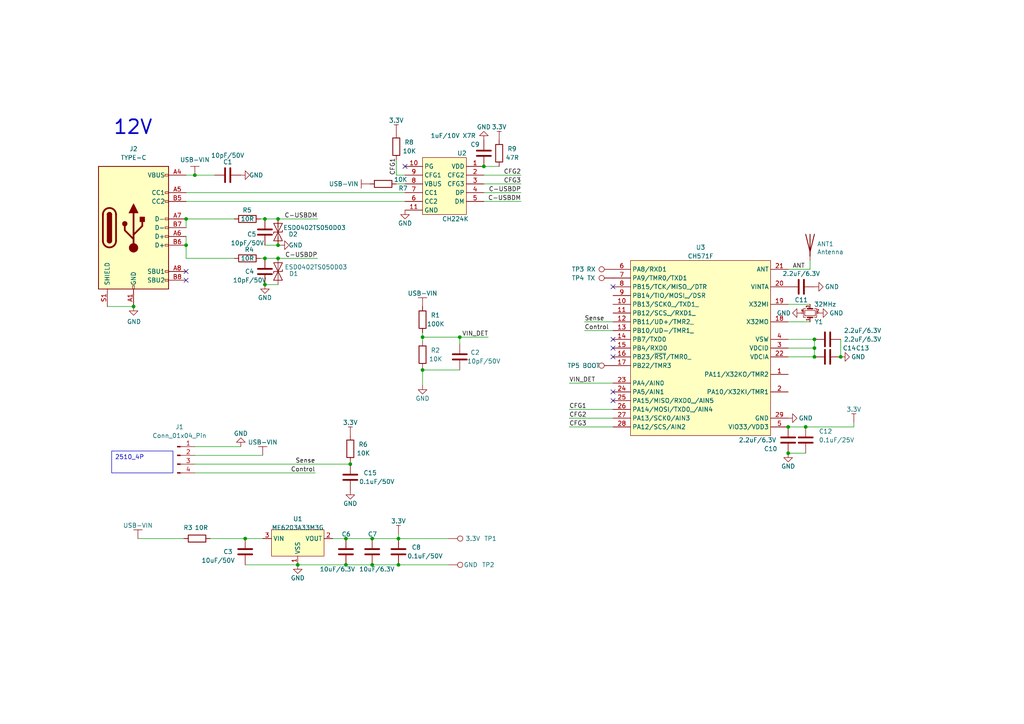
<source format=kicad_sch>
(kicad_sch (version 20230121) (generator eeschema)
  (paper "A4")
  (lib_symbols
    (symbol "Connector:Conn_01x04_Pin" (pin_names (offset 1.016) hide)
      (property "Reference" "J" (at 0 5.08 0))
      (property "Value" "Conn_01x04_Pin" (at 0 -7.62 0))
      (symbol "Conn_01x04_Pin_1_1"
        (polyline (pts (xy 1.27 -5.08) (xy 0.8636 -5.08)) (stroke (width 0.1524)))
        (polyline (pts (xy 1.27 -2.54) (xy 0.8636 -2.54)) (stroke (width 0.1524)))
        (polyline (pts (xy 1.27 0) (xy 0.8636 0)) (stroke (width 0.1524)))
        (polyline (pts (xy 1.27 2.54) (xy 0.8636 2.54)) (stroke (width 0.1524)))
        (rectangle (start 0.8636 -4.953) (end 0 -5.207) (stroke (width 0.1524)) (fill (type outline)))
        (rectangle (start 0.8636 -2.413) (end 0 -2.667) (stroke (width 0.1524)) (fill (type outline)))
        (rectangle (start 0.8636 0.127) (end 0 -0.127) (stroke (width 0.1524)) (fill (type outline)))
        (rectangle (start 0.8636 2.667) (end 0 2.413) (stroke (width 0.1524)) (fill (type outline)))
        (pin passive line (at 5.08 2.54 180) (length 3.81) (name "Pin_1") (number "1"))
        (pin passive line (at 5.08 0 180) (length 3.81) (name "Pin_2") (number "2"))
        (pin passive line (at 5.08 -2.54 180) (length 3.81) (name "Pin_3") (number "3"))
        (pin passive line (at 5.08 -5.08 180) (length 3.81) (name "Pin_4") (number "4"))
      )
    )
    (symbol "Connector:TestPoint" (pin_numbers hide) (pin_names (offset 0.762) hide)
      (property "Reference" "TP" (at 0 6.858 0))
      (property "Value" "TestPoint" (at 0 5.08 0))
      (symbol "TestPoint_0_1"
        (circle (center 0 3.302) (radius 0.762))
      )
      (symbol "TestPoint_1_1"
        (pin passive line (at 0 0 90) (length 2.54) (name "1") (number "1"))
      )
    )
    (symbol "Connector:USB_C_Receptacle_USB2.0" (pin_names (offset 1.016))
      (property "Reference" "J" (at -10.16 19.05 0))
      (property "Value" "USB_C_Receptacle_USB2.0" (at 19.05 19.05 0))
      (symbol "USB_C_Receptacle_USB2.0_0_0"
        (rectangle (start -0.254 -17.78) (end 0.254 -16.764))
        (rectangle (start 10.16 -14.986) (end 9.144 -15.494))
        (rectangle (start 10.16 -12.446) (end 9.144 -12.954))
        (rectangle (start 10.16 -4.826) (end 9.144 -5.334))
        (rectangle (start 10.16 -2.286) (end 9.144 -2.794))
        (rectangle (start 10.16 0.254) (end 9.144 -0.254))
        (rectangle (start 10.16 2.794) (end 9.144 2.286))
        (rectangle (start 10.16 7.874) (end 9.144 7.366))
        (rectangle (start 10.16 10.414) (end 9.144 9.906))
        (rectangle (start 10.16 15.494) (end 9.144 14.986))
      )
      (symbol "USB_C_Receptacle_USB2.0_0_1"
        (rectangle (start -10.16 17.78) (end 10.16 -17.78) (stroke (width 0.254)) (fill (type background)))
        (arc (start -8.89 -3.81) (mid -6.985 -5.7067) (end -5.08 -3.81) (stroke (width 0.508)))
        (arc (start -7.62 -3.81) (mid -6.985 -4.4423) (end -6.35 -3.81) (stroke (width 0.254)))
        (arc (start -7.62 -3.81) (mid -6.985 -4.4423) (end -6.35 -3.81) (stroke (width 0.254)) (fill (type outline)))
        (rectangle (start -7.62 -3.81) (end -6.35 3.81) (stroke (width 0.254)) (fill (type outline)))
        (arc (start -6.35 3.81) (mid -6.985 4.4423) (end -7.62 3.81) (stroke (width 0.254)))
        (arc (start -6.35 3.81) (mid -6.985 4.4423) (end -7.62 3.81) (stroke (width 0.254)) (fill (type outline)))
        (arc (start -5.08 3.81) (mid -6.985 5.7067) (end -8.89 3.81) (stroke (width 0.508)))
        (circle (center -2.54 1.143) (radius 0.635) (stroke (width 0.254)) (fill (type outline)))
        (circle (center 0 -5.842) (radius 1.27) (fill (type outline)))
        (polyline (pts (xy -8.89 -3.81) (xy -8.89 3.81)) (stroke (width 0.508)))
        (polyline (pts (xy -5.08 3.81) (xy -5.08 -3.81)) (stroke (width 0.508)))
        (polyline (pts (xy 0 -5.842) (xy 0 4.318)) (stroke (width 0.508)))
        (polyline (pts (xy 0 -3.302) (xy -2.54 -0.762) (xy -2.54 0.508)) (stroke (width 0.508)))
        (polyline (pts (xy 0 -2.032) (xy 2.54 0.508) (xy 2.54 1.778)) (stroke (width 0.508)))
        (polyline (pts (xy -1.27 4.318) (xy 0 6.858) (xy 1.27 4.318) (xy -1.27 4.318)) (stroke (width 0.254)) (fill (type outline)))
        (rectangle (start 1.905 1.778) (end 3.175 3.048) (stroke (width 0.254)) (fill (type outline)))
      )
      (symbol "USB_C_Receptacle_USB2.0_1_1"
        (pin passive line (at 0 -22.86 90) (length 5.08) (name "GND") (number "A1"))
        (pin passive line (at 0 -22.86 90) (length 5.08) hide (name "GND") (number "A12"))
        (pin passive line (at 15.24 15.24 180) (length 5.08) (name "VBUS") (number "A4"))
        (pin bidirectional line (at 15.24 10.16 180) (length 5.08) (name "CC1") (number "A5"))
        (pin bidirectional line (at 15.24 -2.54 180) (length 5.08) (name "D+") (number "A6"))
        (pin bidirectional line (at 15.24 2.54 180) (length 5.08) (name "D-") (number "A7"))
        (pin bidirectional line (at 15.24 -12.7 180) (length 5.08) (name "SBU1") (number "A8"))
        (pin passive line (at 15.24 15.24 180) (length 5.08) hide (name "VBUS") (number "A9"))
        (pin passive line (at 0 -22.86 90) (length 5.08) hide (name "GND") (number "B1"))
        (pin passive line (at 0 -22.86 90) (length 5.08) hide (name "GND") (number "B12"))
        (pin passive line (at 15.24 15.24 180) (length 5.08) hide (name "VBUS") (number "B4"))
        (pin bidirectional line (at 15.24 7.62 180) (length 5.08) (name "CC2") (number "B5"))
        (pin bidirectional line (at 15.24 -5.08 180) (length 5.08) (name "D+") (number "B6"))
        (pin bidirectional line (at 15.24 0 180) (length 5.08) (name "D-") (number "B7"))
        (pin bidirectional line (at 15.24 -15.24 180) (length 5.08) (name "SBU2") (number "B8"))
        (pin passive line (at 15.24 15.24 180) (length 5.08) hide (name "VBUS") (number "B9"))
        (pin passive line (at -7.62 -22.86 90) (length 5.08) (name "SHIELD") (number "S1"))
      )
    )
    (symbol "Device:Antenna" (pin_numbers hide) (pin_names (offset 1.016) hide)
      (property "Reference" "AE" (at -1.905 1.905 0))
      (property "Value" "Antenna" (at -1.905 0 0))
      (symbol "Antenna_0_1"
        (polyline (pts (xy 0 2.54) (xy 0 -3.81)) (stroke (width 0.254)))
        (polyline (pts (xy 1.27 2.54) (xy 0 -2.54) (xy -1.27 2.54)) (stroke (width 0.254)))
      )
      (symbol "Antenna_1_1"
        (pin input line (at 0 -5.08 90) (length 2.54) (name "A") (number "1"))
      )
    )
    (symbol "Device:C" (pin_numbers hide) (pin_names (offset 0.254))
      (property "Reference" "C" (at 0.635 2.54 0))
      (property "Value" "C" (at 0.635 -2.54 0))
      (symbol "C_0_1"
        (polyline (pts (xy -2.032 -0.762) (xy 2.032 -0.762)) (stroke (width 0.508)))
        (polyline (pts (xy -2.032 0.762) (xy 2.032 0.762)) (stroke (width 0.508)))
      )
      (symbol "C_1_1"
        (pin passive line (at 0 3.81 270) (length 2.794) (name "~") (number "1"))
        (pin passive line (at 0 -3.81 90) (length 2.794) (name "~") (number "2"))
      )
    )
    (symbol "Device:Crystal_GND24_Small" (pin_names (offset 1.016) hide)
      (property "Reference" "Y" (at 1.27 4.445 0))
      (property "Value" "Crystal_GND24_Small" (at 1.27 2.54 0))
      (symbol "Crystal_GND24_Small_0_1"
        (rectangle (start -0.762 -1.524) (end 0.762 1.524))
        (polyline (pts (xy -1.27 -0.762) (xy -1.27 0.762)) (stroke (width 0.381)))
        (polyline (pts (xy 1.27 -0.762) (xy 1.27 0.762)) (stroke (width 0.381)))
        (polyline (pts (xy -1.27 -1.27) (xy -1.27 -1.905) (xy 1.27 -1.905) (xy 1.27 -1.27)))
        (polyline (pts (xy -1.27 1.27) (xy -1.27 1.905) (xy 1.27 1.905) (xy 1.27 1.27)))
      )
      (symbol "Crystal_GND24_Small_1_1"
        (pin passive line (at -2.54 0 0) (length 1.27) (name "1") (number "1"))
        (pin passive line (at 0 -2.54 90) (length 0.635) (name "2") (number "2"))
        (pin passive line (at 2.54 0 180) (length 1.27) (name "3") (number "3"))
        (pin passive line (at 0 2.54 270) (length 0.635) (name "4") (number "4"))
      )
    )
    (symbol "Device:R" (pin_numbers hide) (pin_names (offset 0))
      (property "Reference" "R" (at 2.032 0 90))
      (property "Value" "R" (at 0 0 90))
      (symbol "R_0_1"
        (rectangle (start -1.016 -2.54) (end 1.016 2.54) (stroke (width 0.254)))
      )
      (symbol "R_1_1"
        (pin passive line (at 0 3.81 270) (length 1.27) (name "~") (number "1"))
        (pin passive line (at 0 -3.81 90) (length 1.27) (name "~") (number "2"))
      )
    )
    (symbol "Diode:ESD9B5.0ST5G" (pin_numbers hide) (pin_names (offset 1.016) hide)
      (property "Reference" "D" (at 0 2.54 0))
      (property "Value" "ESD9B5.0ST5G" (at 0 -2.54 0))
      (symbol "ESD9B5.0ST5G_0_1"
        (polyline (pts (xy 1.27 0) (xy -1.27 0)))
        (polyline (pts (xy -2.54 -1.27) (xy 0 0) (xy -2.54 1.27) (xy -2.54 -1.27)) (stroke (width 0.2032)))
        (polyline (pts (xy 0.508 1.27) (xy 0 1.27) (xy 0 -1.27) (xy -0.508 -1.27)) (stroke (width 0.2032)))
        (polyline (pts (xy 2.54 1.27) (xy 2.54 -1.27) (xy 0 0) (xy 2.54 1.27)) (stroke (width 0.2032)))
      )
      (symbol "ESD9B5.0ST5G_1_1"
        (pin passive line (at -3.81 0 0) (length 2.54) (name "A1") (number "1"))
        (pin passive line (at 3.81 0 180) (length 2.54) (name "A2") (number "2"))
      )
    )
    (symbol "ME6203A33M3G_1"
      (property "Reference" "U" (at 0 6.35 0))
      (property "Value" "ME6203A33M3G" (at 0 3.81 0))
      (symbol "ME6203A33M3G_1_0_1"
        (rectangle (start -7.62 2.54) (end 7.62 -5.08) (fill (type background)))
      )
      (symbol "ME6203A33M3G_1_1_1"
        (pin power_in line (at 0 -7.62 90) (length 2.54) (name "VSS") (number "1"))
        (pin power_out line (at 10.16 0 180) (length 2.54) (name "VOUT") (number "2"))
        (pin power_in line (at -10.16 0 0) (length 2.54) (name "VIN") (number "3"))
      )
    )
    (symbol "isdt_kicad_power:3.3V" (power) (pin_names (offset 0))
      (property "Value" "isdt_kicad_power_3.3V" (at 0 3.81 0))
      (symbol "3.3V_0_1"
        (polyline (pts (xy -0.635 2.54) (xy 0.635 2.54)))
        (polyline (pts (xy 0 2.54) (xy 0 0)))
      )
      (symbol "3.3V_1_1"
        (pin power_in line (at 0 0 90) (length 0) hide (name "3.3V") (number "1"))
      )
    )
    (symbol "isdt_kicad_power:USB-VIN" (power) (pin_names (offset 0))
      (property "Value" "USB-VIN" (at 0 3.81 0))
      (symbol "USB-VIN_0_1"
        (polyline (pts (xy -1.27 2.54) (xy 1.27 2.54)))
        (polyline (pts (xy 0 2.54) (xy 0 0)))
      )
      (symbol "USB-VIN_1_1"
        (pin power_in line (at 0 0 90) (length 0) hide (name "USB-VIN") (number "1"))
      )
    )
    (symbol "isdt_kicad_std:CH224K"
      (property "Reference" "U" (at 0 6.35 0))
      (property "Value" "CH224K" (at 0 3.81 0))
      (symbol "CH224K_0_1"
        (rectangle (start -6.35 2.54) (end 6.35 -13.97) (fill (type background)))
      )
      (symbol "CH224K_1_1"
        (pin power_in line (at -11.43 0 0) (length 5.08) (name "VDD") (number "1"))
        (pin open_collector line (at 11.43 0 180) (length 5.08) (name "PG") (number "10"))
        (pin power_in line (at 11.43 -12.7 180) (length 5.08) (name "GND") (number "11"))
        (pin input line (at -11.43 -2.54 0) (length 5.08) (name "CFG2") (number "2"))
        (pin input line (at -11.43 -5.08 0) (length 5.08) (name "CFG3") (number "3"))
        (pin bidirectional line (at -11.43 -7.62 0) (length 5.08) (name "DP") (number "4"))
        (pin bidirectional line (at -11.43 -10.16 0) (length 5.08) (name "DM") (number "5"))
        (pin bidirectional line (at 11.43 -10.16 180) (length 5.08) (name "CC2") (number "6"))
        (pin bidirectional line (at 11.43 -7.62 180) (length 5.08) (name "CC1") (number "7"))
        (pin power_in line (at 11.43 -5.08 180) (length 5.08) (name "VBUS") (number "8"))
        (pin input line (at 11.43 -2.54 180) (length 5.08) (name "CFG1") (number "9"))
      )
    )
    (symbol "isdt_kicad_std:CH571F"
      (property "Reference" "U" (at 0 6.35 0))
      (property "Value" "CH571F" (at 0 3.81 0))
      (symbol "CH571F_0_1"
        (rectangle (start -20.32 2.54) (end 20.32 -48.26) (fill (type background)))
      )
      (symbol "CH571F_1_1"
        (pin unspecified line (at 25.4 -30.48 180) (length 5.08) (name "PA11/X32KO/TMR2") (number "1"))
        (pin unspecified line (at -25.4 -10.16 0) (length 5.08) (name "PB13/SCK0_/TXD1_") (number "10"))
        (pin unspecified line (at -25.4 -12.7 0) (length 5.08) (name "PB12/SCS_/RXD1_") (number "11"))
        (pin unspecified line (at -25.4 -15.24 0) (length 5.08) (name "PB11/UD+/TMR2_") (number "12"))
        (pin unspecified line (at -25.4 -17.78 0) (length 5.08) (name "PB10/UD-/TMR1_") (number "13"))
        (pin unspecified line (at -25.4 -20.32 0) (length 5.08) (name "PB7/TXD0") (number "14"))
        (pin unspecified line (at -25.4 -22.86 0) (length 5.08) (name "PB4/RXD0") (number "15"))
        (pin unspecified line (at -25.4 -25.4 0) (length 5.08) (name "PB23/~{RST}/TMR0_") (number "16"))
        (pin unspecified line (at -25.4 -27.94 0) (length 5.08) (name "PB22/TMR3") (number "17"))
        (pin unspecified line (at 25.4 -15.24 180) (length 5.08) (name "X32MO") (number "18"))
        (pin unspecified line (at 25.4 -10.16 180) (length 5.08) (name "X32MI") (number "19"))
        (pin unspecified line (at 25.4 -35.56 180) (length 5.08) (name "PA10/X32KI/TMR1") (number "2"))
        (pin unspecified line (at 25.4 -5.08 180) (length 5.08) (name "VINTA") (number "20"))
        (pin unspecified line (at 25.4 0 180) (length 5.08) (name "ANT") (number "21"))
        (pin unspecified line (at 25.4 -25.4 180) (length 5.08) (name "VDCIA") (number "22"))
        (pin unspecified line (at -25.4 -33.02 0) (length 5.08) (name "PA4/AIN0") (number "23"))
        (pin unspecified line (at -25.4 -35.56 0) (length 5.08) (name "PA5/AIN1") (number "24"))
        (pin unspecified line (at -25.4 -38.1 0) (length 5.08) (name "PA15/MISO/RXD0_/AIN5") (number "25"))
        (pin unspecified line (at -25.4 -40.64 0) (length 5.08) (name "PA14/MOSI/TXD0_/AIN4") (number "26"))
        (pin unspecified line (at -25.4 -43.18 0) (length 5.08) (name "PA13/SCK0/AIN3") (number "27"))
        (pin unspecified line (at -25.4 -45.72 0) (length 5.08) (name "PA12/SCS/AIN2") (number "28"))
        (pin unspecified line (at 25.4 -43.18 180) (length 5.08) (name "GND") (number "29"))
        (pin unspecified line (at 25.4 -22.86 180) (length 5.08) (name "VDCID") (number "3"))
        (pin unspecified line (at 25.4 -20.32 180) (length 5.08) (name "VSW") (number "4"))
        (pin unspecified line (at 25.4 -45.72 180) (length 5.08) (name "VIO33/VDD3") (number "5"))
        (pin unspecified line (at -25.4 0 0) (length 5.08) (name "PA8/RXD1") (number "6"))
        (pin unspecified line (at -25.4 -2.54 0) (length 5.08) (name "PA9/TMR0/TXD1") (number "7"))
        (pin unspecified line (at -25.4 -5.08 0) (length 5.08) (name "PB15/TCK/MISO_/DTR") (number "8"))
        (pin unspecified line (at -25.4 -7.62 0) (length 5.08) (name "PB14/TIO/MOSI_/DSR") (number "9"))
      )
    )
    (symbol "power:GND" (power) (pin_names (offset 0))
      (property "Value" "GND" (at 0 -3.81 0))
      (symbol "GND_0_1"
        (polyline (pts (xy 0 0) (xy 0 -1.27) (xy 1.27 -1.27) (xy 0 -2.54) (xy -1.27 -1.27) (xy 0 -1.27)))
      )
      (symbol "GND_1_1"
        (pin power_in line (at 0 0 270) (length 0) hide (name "GND") (number "1"))
      )
    )
  )
  (junction (at 100.33 156.21))
  (junction (at 56.515 50.8))
  (junction (at 76.835 74.93))
  (junction (at 122.555 97.79))
  (junction (at 243.84 103.505))
  (junction (at 115.57 156.21))
  (junction (at 86.36 163.83))
  (junction (at 80.645 71.12))
  (junction (at 53.975 71.12))
  (junction (at 236.22 103.505))
  (junction (at 71.12 156.21))
  (junction (at 76.835 63.5))
  (junction (at 100.33 163.83))
  (junction (at 115.57 163.83))
  (junction (at 228.6 123.825))
  (junction (at 80.645 74.93))
  (junction (at 228.6 131.445))
  (junction (at 53.975 63.5))
  (junction (at 236.22 98.425))
  (junction (at 38.735 88.9))
  (junction (at 236.22 100.965))
  (junction (at 107.95 163.83))
  (junction (at 122.555 107.315))
  (junction (at 140.335 48.26))
  (junction (at 107.95 156.21))
  (junction (at 233.68 123.825))
  (junction (at 101.6 134.62))
  (junction (at 80.645 63.5))
  (junction (at 76.835 82.55))
  (junction (at 133.35 97.79))
  (no_connect (at 177.8 113.665))
  (no_connect (at 53.975 81.28))
  (no_connect (at 117.475 48.26))
  (no_connect (at 177.8 100.965))
  (no_connect (at 53.975 78.74))
  (no_connect (at 177.8 103.505))
  (no_connect (at 177.8 116.205))
  (no_connect (at 177.8 83.185))
  (no_connect (at 177.8 98.425))
  (wire (pts (xy 236.22 100.965) (xy 236.22 103.505)))
  (wire (pts (xy 114.935 50.8) (xy 117.475 50.8)))
  (wire (pts (xy 75.565 74.93) (xy 76.835 74.93)))
  (wire (pts (xy 140.335 50.8) (xy 151.13 50.8)))
  (wire (pts (xy 76.835 74.93) (xy 80.645 74.93)))
  (wire (pts (xy 62.23 50.8) (xy 56.515 50.8)))
  (wire (pts (xy 165.1 111.125) (xy 177.8 111.125)))
  (wire (pts (xy 76.835 71.12) (xy 80.645 71.12)))
  (wire (pts (xy 144.78 48.26) (xy 140.335 48.26)))
  (wire (pts (xy 243.84 98.425) (xy 243.84 103.505)))
  (wire (pts (xy 86.36 163.83) (xy 100.33 163.83)))
  (wire (pts (xy 177.8 93.345) (xy 169.545 93.345)))
  (wire (pts (xy 76.835 82.55) (xy 80.645 82.55)))
  (wire (pts (xy 165.1 123.825) (xy 177.8 123.825)))
  (wire (pts (xy 53.975 63.5) (xy 53.975 66.04)))
  (wire (pts (xy 151.13 58.42) (xy 140.335 58.42)))
  (wire (pts (xy 233.68 131.445) (xy 228.6 131.445)))
  (wire (pts (xy 67.945 74.93) (xy 53.975 74.93)))
  (wire (pts (xy 165.1 118.745) (xy 177.8 118.745)))
  (wire (pts (xy 122.555 107.315) (xy 122.555 111.76)))
  (wire (pts (xy 53.975 58.42) (xy 117.475 58.42)))
  (wire (pts (xy 100.33 156.21) (xy 107.95 156.21)))
  (wire (pts (xy 115.57 156.21) (xy 115.57 154.94)))
  (wire (pts (xy 133.35 97.79) (xy 141.605 97.79)))
  (wire (pts (xy 122.555 106.68) (xy 122.555 107.315)))
  (wire (pts (xy 60.96 156.21) (xy 71.12 156.21)))
  (wire (pts (xy 56.515 137.16) (xy 91.44 137.16)))
  (wire (pts (xy 228.6 100.965) (xy 236.22 100.965)))
  (wire (pts (xy 122.555 97.79) (xy 133.35 97.79)))
  (wire (pts (xy 101.6 134.62) (xy 101.6 133.985)))
  (wire (pts (xy 115.57 156.21) (xy 130.175 156.21)))
  (wire (pts (xy 234.95 78.105) (xy 228.6 78.105)))
  (wire (pts (xy 236.22 100.965) (xy 236.22 98.425)))
  (wire (pts (xy 233.68 123.825) (xy 247.65 123.825)))
  (wire (pts (xy 115.57 163.83) (xy 130.175 163.83)))
  (wire (pts (xy 100.33 163.83) (xy 107.95 163.83)))
  (wire (pts (xy 53.975 74.93) (xy 53.975 71.12)))
  (wire (pts (xy 80.645 74.93) (xy 92.075 74.93)))
  (wire (pts (xy 76.835 63.5) (xy 75.565 63.5)))
  (wire (pts (xy 107.95 156.21) (xy 115.57 156.21)))
  (wire (pts (xy 228.6 103.505) (xy 236.22 103.505)))
  (wire (pts (xy 140.335 53.34) (xy 151.13 53.34)))
  (wire (pts (xy 40.005 156.21) (xy 53.34 156.21)))
  (wire (pts (xy 234.95 93.345) (xy 228.6 93.345)))
  (wire (pts (xy 56.515 50.8) (xy 53.975 50.8)))
  (wire (pts (xy 80.645 63.5) (xy 76.835 63.5)))
  (wire (pts (xy 228.6 123.825) (xy 233.68 123.825)))
  (wire (pts (xy 122.555 96.52) (xy 122.555 97.79)))
  (wire (pts (xy 133.35 97.79) (xy 133.35 99.695)))
  (wire (pts (xy 114.935 46.355) (xy 114.935 50.8)))
  (wire (pts (xy 122.555 107.315) (xy 133.35 107.315)))
  (wire (pts (xy 247.65 122.555) (xy 247.65 123.825)))
  (wire (pts (xy 228.6 98.425) (xy 236.22 98.425)))
  (wire (pts (xy 165.1 121.285) (xy 177.8 121.285)))
  (wire (pts (xy 71.12 163.83) (xy 86.36 163.83)))
  (wire (pts (xy 80.645 71.12) (xy 81.28 71.12)))
  (wire (pts (xy 53.975 71.12) (xy 53.975 68.58)))
  (wire (pts (xy 151.13 55.88) (xy 140.335 55.88)))
  (wire (pts (xy 56.515 132.08) (xy 76.2 132.08)))
  (wire (pts (xy 228.6 88.265) (xy 234.95 88.265)))
  (wire (pts (xy 177.8 95.885) (xy 169.545 95.885)))
  (wire (pts (xy 56.515 129.54) (xy 69.85 129.54)))
  (wire (pts (xy 96.52 156.21) (xy 100.33 156.21)))
  (wire (pts (xy 56.515 134.62) (xy 101.6 134.62)))
  (wire (pts (xy 71.12 156.21) (xy 76.2 156.21)))
  (wire (pts (xy 31.115 88.9) (xy 38.735 88.9)))
  (wire (pts (xy 122.555 97.79) (xy 122.555 99.06)))
  (wire (pts (xy 114.935 53.34) (xy 117.475 53.34)))
  (wire (pts (xy 115.57 163.83) (xy 107.95 163.83)))
  (wire (pts (xy 53.975 55.88) (xy 117.475 55.88)))
  (wire (pts (xy 92.075 63.5) (xy 80.645 63.5)))
  (wire (pts (xy 67.945 63.5) (xy 53.975 63.5)))
  (wire (pts (xy 234.95 75.565) (xy 234.95 78.105)))
  (text_box "2510_4P" (at 32.385 130.81 0) (size 17.78 6.35) (effects (font (size 1.27 1.27)) (justify left top)))
  (text "12V" (at 44.45 39.37 0) (effects (font (size 4 4) (thickness 0.5) bold) (justify right bottom)))
  (label "CFG2" (at 151.13 50.8 180))
  (label "Control" (at 169.545 95.885 0))
  (label "VIN_DET" (at 141.605 97.79 180))
  (label "C-USBDP" (at 92.075 74.93 180))
  (label "CFG2" (at 165.1 121.285 0))
  (label "CFG3" (at 165.1 123.825 0))
  (label "ANT" (at 229.87 78.105 0))
  (label "CFG3" (at 151.13 53.34 180))
  (label "Sense" (at 91.44 134.62 180))
  (label "CFG1" (at 114.935 50.8 90))
  (label "Control" (at 91.44 137.16 180))
  (label "C-USBDP" (at 151.13 55.88 180))
  (label "Sense" (at 169.545 93.345 0))
  (label "C-USBDM" (at 92.075 63.5 180))
  (label "C-USBDM" (at 151.13 58.42 180))
  (label "VIN_DET" (at 165.1 111.125 0))
  (label "CFG1" (at 165.1 118.745 0))
  (symbol (lib_id "Device:R") (at 111.125 53.34 270) (mirror x) (unit 1)
    (property "Reference" "R7" (at 115.57 54.61 90) (effects (justify left)))
    (property "Value" "10K" (at 116.205 52.07 90))
    (property "Footprint" "isdt_kicad_std:R_0402" (effects hide))
  )
  (symbol (lib_id "Device:R") (at 57.15 156.21 90) (mirror x) (unit 1)
    (property "Reference" "R3" (at 55.88 153.035 90) (effects (justify left)))
    (property "Value" "10R" (at 58.42 153.035 90))
    (property "Footprint" "isdt_kicad_std:R_0402" (effects hide))
  )
  (symbol (lib_id "power:GND") (at 69.85 50.8 90) (mirror x) (unit 1)
    (property "Reference" "#PWR03" (effects hide))
    (property "Value" "GND" (at 74.295 50.8 90))
  )
  (symbol (lib_id "Device:C") (at 233.68 127.635 180) (unit 1)
    (property "Reference" "C12" (at 237.49 125.095 0) (effects (justify right)))
    (property "Value" "0.1uF/25V" (at 237.49 127.635 0) (effects (justify right)))
    (property "Footprint" "isdt_kicad_std:C_0402" (effects hide))
  )
  (symbol (lib_id "Device:R") (at 122.555 102.87 0) (mirror y) (unit 1)
    (property "Reference" "R2" (at 127.635 101.6 0) (effects (justify left)))
    (property "Value" "10K" (at 126.365 104.14 0))
    (property "Footprint" "isdt_kicad_std:R_0402" (effects hide))
  )
  (symbol (lib_id "isdt_kicad_power:3.3V") (at 101.6 126.365 0) (mirror y) (unit 1)
    (property "Reference" "#PWR012" (effects hide))
    (property "Value" "3.3V" (at 101.6 122.555 0))
  )
  (symbol (lib_id "Connector:Conn_01x04_Pin") (at 51.435 132.08 0) (unit 1)
    (property "Reference" "J1" (at 52.07 123.825 0))
    (property "Value" "Conn_01x04_Pin" (at 52.07 126.365 0))
    (property "Footprint" "Connector_PinHeader_2.54mm:PinHeader_1x04_P2.54mm_Vertical" (effects hide))
  )
  (symbol (lib_id "Device:C") (at 71.12 160.02 180) (unit 1)
    (property "Reference" "C3" (at 64.77 160.02 0) (effects (justify right)))
    (property "Value" "10uF/50V" (at 58.42 162.56 0) (effects (justify right)))
    (property "Footprint" "isdt_kicad_std:C_0402" (effects hide))
  )
  (symbol (lib_id "isdt_kicad_std:CH571F") (at 203.2 78.105 0) (unit 1)
    (property "Reference" "U3" (at 203.2 71.755 0))
    (property "Value" "CH571F" (at 203.2 74.295 0))
    (property "Footprint" "isdt_kicad_std:QFN-28-1EP_4x4mm_P0.4mm_EP2.8x2.8mm" (effects hide))
  )
  (symbol (lib_id "Device:C") (at 66.04 50.8 270) (mirror x) (unit 1)
    (property "Reference" "C1" (at 66.04 46.99 90))
    (property "Value" "10pF/50V" (at 66.04 45.085 90))
    (property "Footprint" "isdt_kicad_std:C_0402" (effects hide))
  )
  (symbol (lib_id "power:GND") (at 117.475 60.96 0) (mirror y) (unit 1)
    (property "Reference" "#PWR016" (effects hide))
    (property "Value" "GND" (at 117.475 64.77 0))
  )
  (symbol (lib_id "Connector:USB_C_Receptacle_USB2.0") (at 38.735 66.04 0) (unit 1)
    (property "Reference" "J2" (at 38.735 43.18 0))
    (property "Value" "TYPE-C" (at 38.735 45.72 0))
    (property "Footprint" "isdt_kicad_std:YH-036-013A" (effects hide))
    (property "Datasheet" "https://www.usb.org/sites/default/files/documents/usb_type-c.zip" (effects hide))
  )
  (symbol (lib_id "Connector:TestPoint") (at 177.8 78.105 90) (unit 1)
    (property "Reference" "TP3" (at 167.64 78.105 90))
    (property "Value" "RX" (at 171.45 78.105 90))
    (property "Footprint" "isdt_kicad_std:TestPoint_1.2mm" (effects hide))
  )
  (symbol (lib_id "isdt_kicad_power:3.3V") (at 247.65 122.555 0) (mirror y) (unit 1)
    (property "Reference" "#PWR025" (effects hide))
    (property "Value" "3.3V" (at 247.65 118.745 0))
  )
  (symbol (lib_id "power:GND") (at 237.49 90.805 90) (unit 1)
    (property "Reference" "#PWR023" (effects hide))
    (property "Value" "GND" (at 242.57 90.805 90))
  )
  (symbol (lib_id "Device:C") (at 240.03 98.425 270) (unit 1)
    (property "Reference" "C13" (at 250.19 100.965 90))
    (property "Value" "2.2uF/6.3V" (at 250.19 95.885 90))
    (property "Footprint" "isdt_kicad_std:C_0402" (effects hide))
  )
  (symbol (lib_id "isdt_kicad_power:3.3V") (at 115.57 154.94 0) (mirror y) (unit 1)
    (property "Reference" "#PWR015" (effects hide))
    (property "Value" "3.3V" (at 115.57 151.13 0))
  )
  (symbol (lib_id "power:GND") (at 236.22 83.185 90) (unit 1)
    (property "Reference" "#PWR022" (effects hide))
    (property "Value" "GND" (at 241.3 83.185 90))
  )
  (symbol (lib_id "Device:C") (at 115.57 160.02 180) (unit 1)
    (property "Reference" "C8" (at 119.38 158.75 0) (effects (justify right)))
    (property "Value" "0.1uF/50V" (at 118.11 161.29 0) (effects (justify right)))
    (property "Footprint" "isdt_kicad_std:C_0402" (effects hide))
  )
  (symbol (lib_id "Diode:ESD9B5.0ST5G") (at 80.645 78.74 90) (mirror x) (unit 1)
    (property "Reference" "D1" (at 83.82 79.375 90) (effects (justify right)))
    (property "Value" "ESD0402TS050D03" (at 82.55 77.47 90) (effects (justify right)))
    (property "Footprint" "isdt_kicad_std:C_0402" (effects hide))
    (property "Datasheet" "https://www.onsemi.com/pub/Collateral/ESD9B-D.PDF" (effects hide))
  )
  (symbol (lib_id "isdt_kicad_power:USB-VIN") (at 76.2 132.08 0) (mirror y) (unit 1)
    (property "Reference" "#PWR08" (effects hide))
    (property "Value" "USB-VIN" (at 76.2 128.27 0))
  )
  (symbol (lib_id "Device:C") (at 232.41 83.185 270) (unit 1)
    (property "Reference" "C11" (at 232.41 86.995 90))
    (property "Value" "2.2uF/6.3V" (at 232.41 79.375 90))
    (property "Footprint" "isdt_kicad_std:C_0402" (effects hide))
  )
  (symbol (lib_id "power:GND") (at 140.335 40.64 0) (mirror x) (unit 1)
    (property "Reference" "#PWR017" (effects hide))
    (property "Value" "GND" (at 140.335 36.83 0))
  )
  (symbol (lib_id "isdt_kicad_power:3.3V") (at 114.935 38.735 0) (mirror y) (unit 1)
    (property "Reference" "#PWR014" (effects hide))
    (property "Value" "3.3V" (at 114.935 34.925 0))
  )
  (symbol (lib_id "power:GND") (at 76.835 82.55 0) (mirror y) (unit 1)
    (property "Reference" "#PWR09" (effects hide))
    (property "Value" "GND" (at 76.835 86.36 0))
  )
  (symbol (lib_id "power:GND") (at 232.41 90.805 270) (unit 1)
    (property "Reference" "#PWR021" (effects hide))
    (property "Value" "GND" (at 227.33 90.805 90))
  )
  (symbol (lib_id "Device:C") (at 76.835 67.31 0) (mirror x) (unit 1)
    (property "Reference" "C5" (at 73.025 67.945 0))
    (property "Value" "10pF/50V" (at 71.755 70.485 0))
    (property "Footprint" "isdt_kicad_std:C_0402" (effects hide))
  )
  (symbol (lib_id "Device:R") (at 71.755 63.5 90) (mirror x) (unit 1)
    (property "Reference" "R5" (at 73.025 60.96 90) (effects (justify left)))
    (property "Value" "10R" (at 71.755 63.5 90))
    (property "Footprint" "isdt_kicad_std:R_0402" (effects hide))
  )
  (symbol (lib_id "Device:C") (at 107.95 160.02 180) (unit 1)
    (property "Reference" "C7" (at 106.68 154.94 0) (effects (justify right)))
    (property "Value" "10uF/6.3V" (at 104.14 165.1 0) (effects (justify right)))
    (property "Footprint" "isdt_kicad_std:C_0402" (effects hide))
  )
  (symbol (lib_id "isdt_kicad_power:USB-VIN") (at 40.005 156.21 0) (mirror y) (unit 1)
    (property "Reference" "#PWR01" (effects hide))
    (property "Value" "USB-VIN" (at 40.005 152.4 0))
  )
  (symbol (lib_id "isdt_kicad_power:USB-VIN") (at 122.555 88.9 0) (mirror y) (unit 1)
    (property "Reference" "#PWR05" (effects hide))
    (property "Value" "USB-VIN" (at 122.555 85.09 0))
  )
  (symbol (lib_id "Connector:TestPoint") (at 130.175 156.21 270) (unit 1)
    (property "Reference" "TP1" (at 142.24 156.21 90))
    (property "Value" "3.3V" (at 137.16 156.21 90))
    (property "Footprint" "isdt_kicad_std:TestPoint_1.2mm" (effects hide))
  )
  (symbol (lib_id "Device:C") (at 76.835 78.74 0) (mirror y) (unit 1)
    (property "Reference" "C4" (at 72.39 78.74 0))
    (property "Value" "10pF/50V" (at 72.39 81.28 0))
    (property "Footprint" "isdt_kicad_std:C_0402" (effects hide))
  )
  (symbol (lib_id "power:GND") (at 122.555 111.76 0) (mirror y) (unit 1)
    (property "Reference" "#PWR06" (effects hide))
    (property "Value" "GND" (at 122.555 115.57 0))
  )
  (symbol (lib_id "Device:Antenna") (at 234.95 70.485 0) (unit 1)
    (property "Reference" "ANT1" (at 236.982 70.7644 0) (effects (justify left)))
    (property "Value" "Antenna" (at 236.982 73.0758 0) (effects (justify left)))
    (property "Footprint" "isdt_kicad_std:ANT_AN5129" (effects hide))
  )
  (symbol (lib_id "Device:C") (at 228.6 127.635 180) (unit 1)
    (property "Reference" "C10" (at 223.52 130.175 0))
    (property "Value" "2.2uF/6.3V" (at 219.71 127.635 0))
    (property "Footprint" "isdt_kicad_std:C_0402" (effects hide))
  )
  (symbol (lib_id "Device:R") (at 71.755 74.93 90) (mirror x) (unit 1)
    (property "Reference" "R4" (at 73.66 72.39 90) (effects (justify left)))
    (property "Value" "10R" (at 71.755 74.93 90))
    (property "Footprint" "isdt_kicad_std:R_0402" (effects hide))
  )
  (symbol (lib_id "power:GND") (at 38.735 88.9 0) (unit 1)
    (property "Reference" "#PWR027" (effects hide))
    (property "Value" "GND" (at 38.862 93.2942 0))
  )
  (symbol (lib_id "isdt_kicad_power:USB-VIN") (at 56.515 50.8 0) (mirror y) (unit 1)
    (property "Reference" "#PWR02" (effects hide))
    (property "Value" "USB-VIN" (at 56.515 46.355 0))
  )
  (symbol (lib_id "Device:R") (at 101.6 130.175 0) (mirror y) (unit 1)
    (property "Reference" "R6" (at 106.68 128.905 0) (effects (justify left)))
    (property "Value" "10K" (at 105.41 131.445 0))
    (property "Footprint" "isdt_kicad_std:R_0402" (effects hide))
  )
  (symbol (lib_name "ME6203A33M3G_1") (lib_id "isdt_kicad_std:ME6203A33M3G") (at 86.36 156.21 0) (unit 1)
    (property "Reference" "U1" (at 86.36 150.495 0))
    (property "Value" "ME6203A33M3G" (at 86.36 153.035 0))
    (property "Footprint" "isdt_kicad_std:SOT-23" (effects hide))
  )
  (symbol (lib_id "power:GND") (at 101.6 142.24 0) (unit 1)
    (property "Reference" "#PWR026" (effects hide))
    (property "Value" "GND" (at 101.6 146.05 0))
  )
  (symbol (lib_id "Device:C") (at 140.335 44.45 0) (mirror y) (unit 1)
    (property "Reference" "C9" (at 137.795 41.91 0))
    (property "Value" "1uF/10V X7R" (at 131.445 39.37 0))
    (property "Footprint" "isdt_kicad_std:C_0402" (effects hide))
  )
  (symbol (lib_id "power:GND") (at 243.84 103.505 90) (unit 1)
    (property "Reference" "#PWR024" (effects hide))
    (property "Value" "GND" (at 248.92 103.505 90))
  )
  (symbol (lib_id "isdt_kicad_power:USB-VIN") (at 107.315 53.34 90) (mirror x) (unit 1)
    (property "Reference" "#PWR013" (effects hide))
    (property "Value" "USB-VIN" (at 99.695 53.34 90))
  )
  (symbol (lib_id "Connector:TestPoint") (at 177.8 106.045 90) (unit 1)
    (property "Reference" "TP5" (at 166.37 106.045 90))
    (property "Value" "BOOT" (at 171.45 106.045 90))
    (property "Footprint" "isdt_kicad_std:TestPoint_1.2mm" (effects hide))
  )
  (symbol (lib_id "Diode:ESD9B5.0ST5G") (at 80.645 67.31 270) (mirror x) (unit 1)
    (property "Reference" "D2" (at 86.36 67.945 90) (effects (justify right)))
    (property "Value" "ESD0402TS050D03" (at 100.33 66.04 90) (effects (justify right)))
    (property "Footprint" "isdt_kicad_std:C_0402" (effects hide))
    (property "Datasheet" "https://www.onsemi.com/pub/Collateral/ESD9B-D.PDF" (effects hide))
  )
  (symbol (lib_id "Device:R") (at 114.935 42.545 0) (mirror y) (unit 1)
    (property "Reference" "R8" (at 120.015 41.275 0) (effects (justify left)))
    (property "Value" "10K" (at 118.745 43.815 0))
    (property "Footprint" "isdt_kicad_std:R_0402" (effects hide))
  )
  (symbol (lib_id "Device:C") (at 133.35 103.505 0) (mirror x) (unit 1)
    (property "Reference" "C2" (at 137.795 102.235 0))
    (property "Value" "10pF/50V" (at 140.335 104.775 0))
    (property "Footprint" "isdt_kicad_std:C_0402" (effects hide))
  )
  (symbol (lib_id "power:GND") (at 69.85 129.54 0) (mirror x) (unit 1)
    (property "Reference" "#PWR07" (effects hide))
    (property "Value" "GND" (at 69.85 125.73 0))
  )
  (symbol (lib_id "power:GND") (at 228.6 131.445 0) (unit 1)
    (property "Reference" "#PWR020" (effects hide))
    (property "Value" "GND" (at 228.6 135.255 0))
  )
  (symbol (lib_id "Connector:TestPoint") (at 130.175 163.83 270) (unit 1)
    (property "Reference" "TP2" (at 141.605 163.83 90))
    (property "Value" "GND" (at 136.525 163.83 90))
    (property "Footprint" "isdt_kicad_std:TestPoint_1.2mm" (effects hide))
  )
  (symbol (lib_id "Device:R") (at 122.555 92.71 0) (mirror y) (unit 1)
    (property "Reference" "R1" (at 127.635 91.44 0) (effects (justify left)))
    (property "Value" "100K" (at 126.365 93.98 0))
    (property "Footprint" "isdt_kicad_std:R_0402" (effects hide))
  )
  (symbol (lib_id "power:GND") (at 228.6 121.285 90) (unit 1)
    (property "Reference" "#PWR019" (effects hide))
    (property "Value" "GND" (at 233.68 121.285 90))
  )
  (symbol (lib_id "Connector:TestPoint") (at 177.8 80.645 90) (unit 1)
    (property "Reference" "TP4" (at 167.64 80.645 90))
    (property "Value" "TX" (at 171.45 80.645 90))
    (property "Footprint" "isdt_kicad_std:TestPoint_1.2mm" (effects hide))
  )
  (symbol (lib_id "power:GND") (at 81.28 71.12 90) (mirror x) (unit 1)
    (property "Reference" "#PWR011" (effects hide))
    (property "Value" "GND" (at 85.725 71.12 90))
  )
  (symbol (lib_id "Device:C") (at 240.03 103.505 270) (unit 1)
    (property "Reference" "C14" (at 246.38 100.965 90))
    (property "Value" "2.2uF/6.3V" (at 250.19 98.425 90))
    (property "Footprint" "isdt_kicad_std:C_0402" (effects hide))
  )
  (symbol (lib_id "isdt_kicad_std:CH224K") (at 128.905 48.26 0) (mirror y) (unit 1)
    (property "Reference" "U2" (at 133.985 44.45 0))
    (property "Value" "CH224K" (at 132.08 63.5 0))
    (property "Footprint" "isdt_kicad_std:ESSOP10" (effects hide))
  )
  (symbol (lib_id "Device:C") (at 101.6 138.43 180) (unit 1)
    (property "Reference" "C15" (at 105.41 137.16 0) (effects (justify right)))
    (property "Value" "0.1uF/50V" (at 104.14 139.7 0) (effects (justify right)))
    (property "Footprint" "isdt_kicad_std:C_0402" (effects hide))
  )
  (symbol (lib_id "Device:R") (at 144.78 44.45 0) (mirror y) (unit 1)
    (property "Reference" "R9" (at 149.86 43.18 0) (effects (justify left)))
    (property "Value" "47R" (at 148.59 45.72 0))
    (property "Footprint" "isdt_kicad_std:R_0402" (effects hide))
  )
  (symbol (lib_id "Device:C") (at 100.33 160.02 180) (unit 1)
    (property "Reference" "C6" (at 99.06 154.94 0) (effects (justify right)))
    (property "Value" "10uF/6.3V" (at 92.71 165.1 0) (effects (justify right)))
    (property "Footprint" "isdt_kicad_std:C_0402" (effects hide))
  )
  (symbol (lib_id "isdt_kicad_power:3.3V") (at 144.78 40.64 0) (mirror y) (unit 1)
    (property "Reference" "#PWR018" (effects hide))
    (property "Value" "3.3V" (at 144.78 36.83 0))
  )
  (symbol (lib_id "power:GND") (at 86.36 163.83 0) (unit 1)
    (property "Reference" "#PWR010" (effects hide))
    (property "Value" "GND" (at 86.36 167.64 0))
  )
  (symbol (lib_id "Device:Crystal_GND24_Small") (at 234.95 90.805 90) (unit 1)
    (property "Reference" "Y1" (at 238.76 93.345 90) (effects (justify left)))
    (property "Value" "32MHz" (at 242.57 88.265 90) (effects (justify left)))
    (property "Footprint" "isdt_kicad_std:Crystal_SMD_2016-4Pin_2.0x1.6mm" (effects hide))
  )
)
</source>
